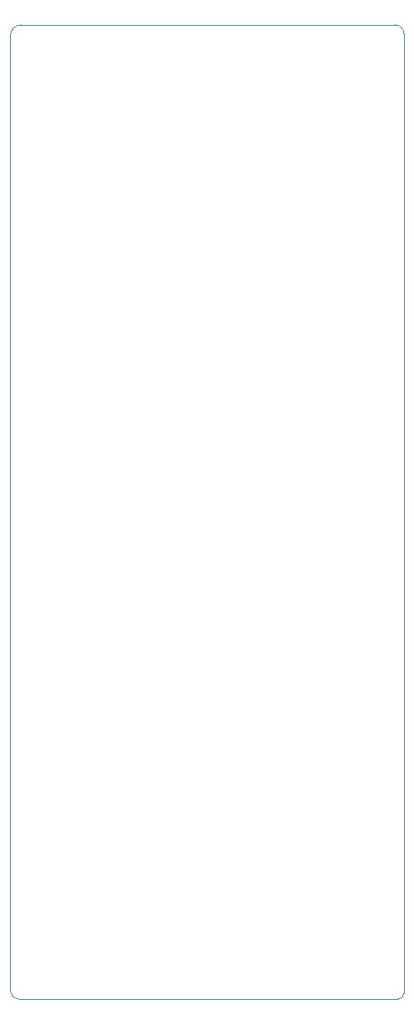
<source format=gbr>
%TF.GenerationSoftware,KiCad,Pcbnew,7.0.2-0*%
%TF.CreationDate,2023-12-08T13:33:26+01:00*%
%TF.ProjectId,output_mixer,6f757470-7574-45f6-9d69-7865722e6b69,rev?*%
%TF.SameCoordinates,Original*%
%TF.FileFunction,Profile,NP*%
%FSLAX46Y46*%
G04 Gerber Fmt 4.6, Leading zero omitted, Abs format (unit mm)*
G04 Created by KiCad (PCBNEW 7.0.2-0) date 2023-12-08 13:33:26*
%MOMM*%
%LPD*%
G01*
G04 APERTURE LIST*
%TA.AperFunction,Profile*%
%ADD10C,0.100000*%
%TD*%
G04 APERTURE END LIST*
D10*
X238000000Y-14800000D02*
X276000000Y-14800000D01*
X276900000Y-15700000D02*
G75*
G03*
X276000000Y-14800000I-900000J0D01*
G01*
X236900000Y-113000000D02*
G75*
G03*
X237700000Y-113800000I800000J0D01*
G01*
X276300000Y-113800000D02*
G75*
G03*
X276900000Y-113200000I0J600000D01*
G01*
X236900000Y-113000000D02*
X236900000Y-15900000D01*
X276300000Y-113800000D02*
X237700000Y-113800000D01*
X238000000Y-14800000D02*
G75*
G03*
X236900000Y-15900000I0J-1100000D01*
G01*
X276900000Y-15700000D02*
X276900000Y-113200000D01*
M02*

</source>
